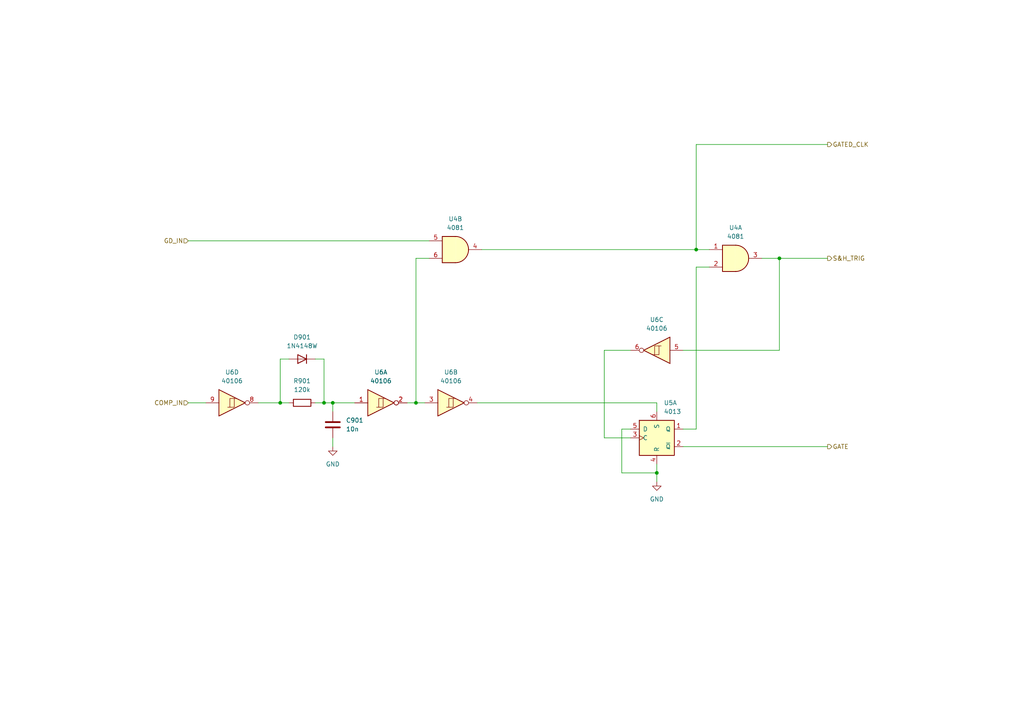
<source format=kicad_sch>
(kicad_sch (version 20211123) (generator eeschema)
  (paper "A4")
  (title_block (title "Josh Ox Ribbon Synth Ribbon board") (date "2022-06-17") (rev "0") (comment 1 "creativecommons.org/licences/by/4.0") (comment 2 "license: CC by 4.0") (comment 3 "Author: Jordan Aceto"))
  (lib_symbols
    (symbol "4xxx:40106" (pin_names (offset 1.016))
      (property "Reference" "U" (at 0 1.27 0))
      (property "Value" "40106" (at 0 -1.27 0))
      (symbol "40106_1_0"
        (polyline (pts (xy -0.635 -1.27) (xy -0.635 1.27) (xy 0.635 1.27)))
        (polyline (pts (xy -3.81 3.81) (xy -3.81 -3.81) (xy 3.81 0) (xy -3.81 3.81)) (stroke (width 0.254)) (fill (type background)))
        (polyline (pts (xy -1.27 -1.27) (xy 0.635 -1.27) (xy 0.635 1.27) (xy 1.27 1.27)))
        (pin input line (at -7.62 0 0) (length 3.81) (name "~") (number "1"))
        (pin output inverted (at 7.62 0 180) (length 3.81) (name "~") (number "2"))
      )
      (symbol "40106_2_0"
        (polyline (pts (xy -0.635 -1.27) (xy -0.635 1.27) (xy 0.635 1.27)))
        (polyline (pts (xy -3.81 3.81) (xy -3.81 -3.81) (xy 3.81 0) (xy -3.81 3.81)) (stroke (width 0.254)) (fill (type background)))
        (polyline (pts (xy -1.27 -1.27) (xy 0.635 -1.27) (xy 0.635 1.27) (xy 1.27 1.27)))
        (pin input line (at -7.62 0 0) (length 3.81) (name "~") (number "3"))
        (pin output inverted (at 7.62 0 180) (length 3.81) (name "~") (number "4"))
      )
      (symbol "40106_3_0"
        (polyline (pts (xy -0.635 -1.27) (xy -0.635 1.27) (xy 0.635 1.27)))
        (polyline (pts (xy -3.81 3.81) (xy -3.81 -3.81) (xy 3.81 0) (xy -3.81 3.81)) (stroke (width 0.254)) (fill (type background)))
        (polyline (pts (xy -1.27 -1.27) (xy 0.635 -1.27) (xy 0.635 1.27) (xy 1.27 1.27)))
        (pin input line (at -7.62 0 0) (length 3.81) (name "~") (number "5"))
        (pin output inverted (at 7.62 0 180) (length 3.81) (name "~") (number "6"))
      )
      (symbol "40106_4_0"
        (polyline (pts (xy -0.635 -1.27) (xy -0.635 1.27) (xy 0.635 1.27)))
        (polyline (pts (xy -3.81 3.81) (xy -3.81 -3.81) (xy 3.81 0) (xy -3.81 3.81)) (stroke (width 0.254)) (fill (type background)))
        (polyline (pts (xy -1.27 -1.27) (xy 0.635 -1.27) (xy 0.635 1.27) (xy 1.27 1.27)))
        (pin output inverted (at 7.62 0 180) (length 3.81) (name "~") (number "8"))
        (pin input line (at -7.62 0 0) (length 3.81) (name "~") (number "9"))
      )
      (symbol "40106_5_0"
        (polyline (pts (xy -0.635 -1.27) (xy -0.635 1.27) (xy 0.635 1.27)))
        (polyline (pts (xy -3.81 3.81) (xy -3.81 -3.81) (xy 3.81 0) (xy -3.81 3.81)) (stroke (width 0.254)) (fill (type background)))
        (polyline (pts (xy -1.27 -1.27) (xy 0.635 -1.27) (xy 0.635 1.27) (xy 1.27 1.27)))
        (pin output inverted (at 7.62 0 180) (length 3.81) (name "~") (number "10"))
        (pin input line (at -7.62 0 0) (length 3.81) (name "~") (number "11"))
      )
      (symbol "40106_6_0"
        (polyline (pts (xy -0.635 -1.27) (xy -0.635 1.27) (xy 0.635 1.27)))
        (polyline (pts (xy -3.81 3.81) (xy -3.81 -3.81) (xy 3.81 0) (xy -3.81 3.81)) (stroke (width 0.254)) (fill (type background)))
        (polyline (pts (xy -1.27 -1.27) (xy 0.635 -1.27) (xy 0.635 1.27) (xy 1.27 1.27)))
        (pin output inverted (at 7.62 0 180) (length 3.81) (name "~") (number "12"))
        (pin input line (at -7.62 0 0) (length 3.81) (name "~") (number "13"))
      )
      (symbol "40106_7_0"
        (pin power_in line (at 0 12.7 270) (length 5.08) (name "VDD") (number "14"))
        (pin power_in line (at 0 -12.7 90) (length 5.08) (name "VSS") (number "7"))
      )
      (symbol "40106_7_1"
        (rectangle (start -5.08 7.62) (end 5.08 -7.62) (stroke (width 0.254)) (fill (type background)))
      )
    )
    (symbol "4xxx:4013" (pin_names (offset 1.016))
      (property "Reference" "U" (at -7.62 8.89 0))
      (property "Value" "4013" (at -7.62 -8.89 0))
      (symbol "4013_1_1"
        (rectangle (start -5.08 5.08) (end 5.08 -5.08) (stroke (width 0.254)) (fill (type background)))
        (pin output line (at 7.62 2.54 180) (length 2.54) (name "Q") (number "1"))
        (pin output line (at 7.62 -2.54 180) (length 2.54) (name "~{Q}") (number "2"))
        (pin input clock (at -7.62 0 0) (length 2.54) (name "C") (number "3"))
        (pin input line (at 0 -7.62 90) (length 2.54) (name "R") (number "4"))
        (pin input line (at -7.62 2.54 0) (length 2.54) (name "D") (number "5"))
        (pin input line (at 0 7.62 270) (length 2.54) (name "S") (number "6"))
      )
      (symbol "4013_2_1"
        (rectangle (start -5.08 5.08) (end 5.08 -5.08) (stroke (width 0.254)) (fill (type background)))
        (pin input line (at 0 -7.62 90) (length 2.54) (name "R") (number "10"))
        (pin input clock (at -7.62 0 0) (length 2.54) (name "C") (number "11"))
        (pin output line (at 7.62 -2.54 180) (length 2.54) (name "~{Q}") (number "12"))
        (pin output line (at 7.62 2.54 180) (length 2.54) (name "Q") (number "13"))
        (pin input line (at 0 7.62 270) (length 2.54) (name "S") (number "8"))
        (pin input line (at -7.62 2.54 0) (length 2.54) (name "D") (number "9"))
      )
      (symbol "4013_3_0"
        (pin power_in line (at 0 10.16 270) (length 2.54) (name "VDD") (number "14"))
        (pin power_in line (at 0 -10.16 90) (length 2.54) (name "VSS") (number "7"))
      )
      (symbol "4013_3_1"
        (rectangle (start -5.08 7.62) (end 5.08 -7.62) (stroke (width 0.254)) (fill (type background)))
      )
    )
    (symbol "4xxx:4081" (pin_names (offset 1.016))
      (property "Reference" "U" (at 0 1.27 0))
      (property "Value" "4081" (at 0 -1.27 0))
      (symbol "4081_1_1"
        (arc (start 0 -3.81) (mid 3.81 0) (end 0 3.81) (stroke (width 0.254)) (fill (type background)))
        (polyline (pts (xy 0 3.81) (xy -3.81 3.81) (xy -3.81 -3.81) (xy 0 -3.81)) (stroke (width 0.254)) (fill (type background)))
        (pin input line (at -7.62 2.54 0) (length 3.81) (name "~") (number "1"))
        (pin input line (at -7.62 -2.54 0) (length 3.81) (name "~") (number "2"))
        (pin output line (at 7.62 0 180) (length 3.81) (name "~") (number "3"))
      )
      (symbol "4081_1_2"
        (arc (start -3.81 -3.81) (mid -2.589 0) (end -3.81 3.81) (stroke (width 0.254)))
        (arc (start -0.6096 -3.81) (mid 2.1842 -2.5851) (end 3.81 0) (stroke (width 0.254)) (fill (type background)))
        (polyline (pts (xy -3.81 -3.81) (xy -0.635 -3.81)) (stroke (width 0.254)) (fill (type background)))
        (polyline (pts (xy -3.81 3.81) (xy -0.635 3.81)) (stroke (width 0.254)) (fill (type background)))
        (polyline (pts (xy -0.635 3.81) (xy -3.81 3.81) (xy -3.81 3.81) (xy -3.556 3.4036) (xy -3.0226 2.2606) (xy -2.6924 1.0414) (xy -2.6162 -0.254) (xy -2.7686 -1.4986) (xy -3.175 -2.7178) (xy -3.81 -3.81) (xy -3.81 -3.81) (xy -0.635 -3.81)) (stroke (width -25.4)) (fill (type background)))
        (arc (start 3.81 0) (mid 2.1915 2.5936) (end -0.6096 3.81) (stroke (width 0.254)) (fill (type background)))
        (pin input inverted (at -7.62 2.54 0) (length 4.318) (name "~") (number "1"))
        (pin input inverted (at -7.62 -2.54 0) (length 4.318) (name "~") (number "2"))
        (pin output inverted (at 7.62 0 180) (length 3.81) (name "~") (number "3"))
      )
      (symbol "4081_2_1"
        (arc (start 0 -3.81) (mid 3.81 0) (end 0 3.81) (stroke (width 0.254)) (fill (type background)))
        (polyline (pts (xy 0 3.81) (xy -3.81 3.81) (xy -3.81 -3.81) (xy 0 -3.81)) (stroke (width 0.254)) (fill (type background)))
        (pin output line (at 7.62 0 180) (length 3.81) (name "~") (number "4"))
        (pin input line (at -7.62 2.54 0) (length 3.81) (name "~") (number "5"))
        (pin input line (at -7.62 -2.54 0) (length 3.81) (name "~") (number "6"))
      )
      (symbol "4081_2_2"
        (arc (start -3.81 -3.81) (mid -2.589 0) (end -3.81 3.81) (stroke (width 0.254)))
        (arc (start -0.6096 -3.81) (mid 2.1842 -2.5851) (end 3.81 0) (stroke (width 0.254)) (fill (type background)))
        (polyline (pts (xy -3.81 -3.81) (xy -0.635 -3.81)) (stroke (width 0.254)) (fill (type background)))
        (polyline (pts (xy -3.81 3.81) (xy -0.635 3.81)) (stroke (width 0.254)) (fill (type background)))
        (polyline (pts (xy -0.635 3.81) (xy -3.81 3.81) (xy -3.81 3.81) (xy -3.556 3.4036) (xy -3.0226 2.2606) (xy -2.6924 1.0414) (xy -2.6162 -0.254) (xy -2.7686 -1.4986) (xy -3.175 -2.7178) (xy -3.81 -3.81) (xy -3.81 -3.81) (xy -0.635 -3.81)) (stroke (width -25.4)) (fill (type background)))
        (arc (start 3.81 0) (mid 2.1915 2.5936) (end -0.6096 3.81) (stroke (width 0.254)) (fill (type background)))
        (pin output inverted (at 7.62 0 180) (length 3.81) (name "~") (number "4"))
        (pin input inverted (at -7.62 2.54 0) (length 4.318) (name "~") (number "5"))
        (pin input inverted (at -7.62 -2.54 0) (length 4.318) (name "~") (number "6"))
      )
      (symbol "4081_3_1"
        (arc (start 0 -3.81) (mid 3.81 0) (end 0 3.81) (stroke (width 0.254)) (fill (type background)))
        (polyline (pts (xy 0 3.81) (xy -3.81 3.81) (xy -3.81 -3.81) (xy 0 -3.81)) (stroke (width 0.254)) (fill (type background)))
        (pin output line (at 7.62 0 180) (length 3.81) (name "~") (number "10"))
        (pin input line (at -7.62 2.54 0) (length 3.81) (name "~") (number "8"))
        (pin input line (at -7.62 -2.54 0) (length 3.81) (name "~") (number "9"))
      )
      (symbol "4081_3_2"
        (arc (start -3.81 -3.81) (mid -2.589 0) (end -3.81 3.81) (stroke (width 0.254)))
        (arc (start -0.6096 -3.81) (mid 2.1842 -2.5851) (end 3.81 0) (stroke (width 0.254)) (fill (type background)))
        (polyline (pts (xy -3.81 -3.81) (xy -0.635 -3.81)) (stroke (width 0.254)) (fill (type background)))
        (polyline (pts (xy -3.81 3.81) (xy -0.635 3.81)) (stroke (width 0.254)) (fill (type background)))
        (polyline (pts (xy -0.635 3.81) (xy -3.81 3.81) (xy -3.81 3.81) (xy -3.556 3.4036) (xy -3.0226 2.2606) (xy -2.6924 1.0414) (xy -2.6162 -0.254) (xy -2.7686 -1.4986) (xy -3.175 -2.7178) (xy -3.81 -3.81) (xy -3.81 -3.81) (xy -0.635 -3.81)) (stroke (width -25.4)) (fill (type background)))
        (arc (start 3.81 0) (mid 2.1915 2.5936) (end -0.6096 3.81) (stroke (width 0.254)) (fill (type background)))
        (pin output inverted (at 7.62 0 180) (length 3.81) (name "~") (number "10"))
        (pin input inverted (at -7.62 2.54 0) (length 4.318) (name "~") (number "8"))
        (pin input inverted (at -7.62 -2.54 0) (length 4.318) (name "~") (number "9"))
      )
      (symbol "4081_4_1"
        (arc (start 0 -3.81) (mid 3.81 0) (end 0 3.81) (stroke (width 0.254)) (fill (type background)))
        (polyline (pts (xy 0 3.81) (xy -3.81 3.81) (xy -3.81 -3.81) (xy 0 -3.81)) (stroke (width 0.254)) (fill (type background)))
        (pin output line (at 7.62 0 180) (length 3.81) (name "~") (number "11"))
        (pin input line (at -7.62 2.54 0) (length 3.81) (name "~") (number "12"))
        (pin input line (at -7.62 -2.54 0) (length 3.81) (name "~") (number "13"))
      )
      (symbol "4081_4_2"
        (arc (start -3.81 -3.81) (mid -2.589 0) (end -3.81 3.81) (stroke (width 0.254)))
        (arc (start -0.6096 -3.81) (mid 2.1842 -2.5851) (end 3.81 0) (stroke (width 0.254)) (fill (type background)))
        (polyline (pts (xy -3.81 -3.81) (xy -0.635 -3.81)) (stroke (width 0.254)) (fill (type background)))
        (polyline (pts (xy -3.81 3.81) (xy -0.635 3.81)) (stroke (width 0.254)) (fill (type background)))
        (polyline (pts (xy -0.635 3.81) (xy -3.81 3.81) (xy -3.81 3.81) (xy -3.556 3.4036) (xy -3.0226 2.2606) (xy -2.6924 1.0414) (xy -2.6162 -0.254) (xy -2.7686 -1.4986) (xy -3.175 -2.7178) (xy -3.81 -3.81) (xy -3.81 -3.81) (xy -0.635 -3.81)) (stroke (width -25.4)) (fill (type background)))
        (arc (start 3.81 0) (mid 2.1915 2.5936) (end -0.6096 3.81) (stroke (width 0.254)) (fill (type background)))
        (pin output inverted (at 7.62 0 180) (length 3.81) (name "~") (number "11"))
        (pin input inverted (at -7.62 2.54 0) (length 4.318) (name "~") (number "12"))
        (pin input inverted (at -7.62 -2.54 0) (length 4.318) (name "~") (number "13"))
      )
      (symbol "4081_5_0"
        (pin power_in line (at 0 12.7 270) (length 5.08) (name "VDD") (number "14"))
        (pin power_in line (at 0 -12.7 90) (length 5.08) (name "VSS") (number "7"))
      )
      (symbol "4081_5_1"
        (rectangle (start -5.08 7.62) (end 5.08 -7.62) (stroke (width 0.254)) (fill (type background)))
      )
    )
    (symbol "Device:C" (pin_numbers hide) (pin_names (offset 0.254))
      (property "Reference" "C" (at 0.635 2.54 0))
      (property "Value" "C" (at 0.635 -2.54 0))
      (symbol "C_0_1"
        (polyline (pts (xy -2.032 -0.762) (xy 2.032 -0.762)) (stroke (width 0.508)))
        (polyline (pts (xy -2.032 0.762) (xy 2.032 0.762)) (stroke (width 0.508)))
      )
      (symbol "C_1_1"
        (pin passive line (at 0 3.81 270) (length 2.794) (name "~") (number "1"))
        (pin passive line (at 0 -3.81 90) (length 2.794) (name "~") (number "2"))
      )
    )
    (symbol "Device:R" (pin_numbers hide) (pin_names (offset 0))
      (property "Reference" "R" (at 2.032 0 90))
      (property "Value" "R" (at 0 0 90))
      (symbol "R_0_1"
        (rectangle (start -1.016 -2.54) (end 1.016 2.54) (stroke (width 0.254)))
      )
      (symbol "R_1_1"
        (pin passive line (at 0 3.81 270) (length 1.27) (name "~") (number "1"))
        (pin passive line (at 0 -3.81 90) (length 1.27) (name "~") (number "2"))
      )
    )
    (symbol "Diode:1N4148W" (pin_numbers hide) (pin_names (offset 1.016) hide)
      (property "Reference" "D" (at 0 2.54 0))
      (property "Value" "1N4148W" (at 0 -2.54 0))
      (symbol "1N4148W_0_1"
        (polyline (pts (xy -1.27 1.27) (xy -1.27 -1.27)) (stroke (width 0.254)))
        (polyline (pts (xy 1.27 0) (xy -1.27 0)))
        (polyline (pts (xy 1.27 1.27) (xy 1.27 -1.27) (xy -1.27 0) (xy 1.27 1.27)) (stroke (width 0.254)))
      )
      (symbol "1N4148W_1_1"
        (pin passive line (at -3.81 0 0) (length 2.54) (name "K") (number "1"))
        (pin passive line (at 3.81 0 180) (length 2.54) (name "A") (number "2"))
      )
    )
    (symbol "power:GND" (power) (pin_names (offset 0))
      (property "Value" "GND" (at 0 -3.81 0))
      (symbol "GND_0_1"
        (polyline (pts (xy 0 0) (xy 0 -1.27) (xy 1.27 -1.27) (xy 0 -2.54) (xy -1.27 -1.27) (xy 0 -1.27)))
      )
      (symbol "GND_1_1"
        (pin power_in line (at 0 0 270) (length 0) hide (name "GND") (number "1"))
      )
    )
  )
  (junction (at 190.5 137.16))
  (junction (at 226.06 74.93))
  (junction (at 93.98 116.84))
  (junction (at 201.93 72.39))
  (junction (at 81.28 116.84))
  (junction (at 120.65 116.84))
  (junction (at 96.52 116.84))
  (wire (pts (xy 74.93 116.84) (xy 81.28 116.84)))
  (wire (pts (xy 91.44 104.14) (xy 93.98 104.14)))
  (wire (pts (xy 54.61 69.85) (xy 124.46 69.85)))
  (wire (pts (xy 190.5 137.16) (xy 190.5 139.7)))
  (wire (pts (xy 138.43 116.84) (xy 190.5 116.84)))
  (wire (pts (xy 139.7 72.39) (xy 201.93 72.39)))
  (wire (pts (xy 93.98 116.84) (xy 96.52 116.84)))
  (wire (pts (xy 190.5 134.62) (xy 190.5 137.16)))
  (wire (pts (xy 198.12 101.6) (xy 226.06 101.6)))
  (wire (pts (xy 190.5 137.16) (xy 180.34 137.16)))
  (wire (pts (xy 240.03 41.91) (xy 201.93 41.91)))
  (wire (pts (xy 93.98 104.14) (xy 93.98 116.84)))
  (wire (pts (xy 120.65 116.84) (xy 123.19 116.84)))
  (wire (pts (xy 91.44 116.84) (xy 93.98 116.84)))
  (wire (pts (xy 198.12 124.46) (xy 201.93 124.46)))
  (wire (pts (xy 226.06 74.93) (xy 240.03 74.93)))
  (wire (pts (xy 180.34 124.46) (xy 182.88 124.46)))
  (wire (pts (xy 81.28 116.84) (xy 83.82 116.84)))
  (wire (pts (xy 201.93 77.47) (xy 205.74 77.47)))
  (wire (pts (xy 180.34 137.16) (xy 180.34 124.46)))
  (wire (pts (xy 118.11 116.84) (xy 120.65 116.84)))
  (wire (pts (xy 96.52 116.84) (xy 102.87 116.84)))
  (wire (pts (xy 226.06 101.6) (xy 226.06 74.93)))
  (wire (pts (xy 226.06 74.93) (xy 220.98 74.93)))
  (wire (pts (xy 198.12 129.54) (xy 240.03 129.54)))
  (wire (pts (xy 201.93 124.46) (xy 201.93 77.47)))
  (wire (pts (xy 120.65 74.93) (xy 124.46 74.93)))
  (wire (pts (xy 201.93 72.39) (xy 205.74 72.39)))
  (wire (pts (xy 81.28 104.14) (xy 81.28 116.84)))
  (wire (pts (xy 175.26 127) (xy 175.26 101.6)))
  (wire (pts (xy 190.5 119.38) (xy 190.5 116.84)))
  (wire (pts (xy 96.52 127) (xy 96.52 129.54)))
  (wire (pts (xy 83.82 104.14) (xy 81.28 104.14)))
  (wire (pts (xy 120.65 116.84) (xy 120.65 74.93)))
  (wire (pts (xy 182.88 127) (xy 175.26 127)))
  (wire (pts (xy 201.93 41.91) (xy 201.93 72.39)))
  (wire (pts (xy 175.26 101.6) (xy 182.88 101.6)))
  (wire (pts (xy 96.52 119.38) (xy 96.52 116.84)))
  (wire (pts (xy 54.61 116.84) (xy 59.69 116.84)))
  (hierarchical_label "S&H_TRIG" (shape output) (at 240.03 74.93 0))
  (hierarchical_label "GATED_CLK" (shape output) (at 240.03 41.91 0))
  (hierarchical_label "GATE" (shape output) (at 240.03 129.54 0))
  (hierarchical_label "COMP_IN" (shape input) (at 54.61 116.84 180))
  (hierarchical_label "GD_IN" (shape input) (at 54.61 69.85 180))
  (symbol (lib_id "power:GND") (at 190.5 139.7 0) (unit 1)
    (property "Reference" "#PWR0902" (effects hide))
    (property "Value" "GND" (at 190.5 144.78 0))
  )
  (symbol (lib_id "4xxx:40106") (at 190.5 101.6 180) (unit 3)
    (property "Reference" "U6" (at 190.5 92.71 0))
    (property "Value" "40106" (at 190.5 95.25 0))
    (property "Footprint" "Package_SO:SOIC-14_3.9x8.7mm_P1.27mm" (effects hide))
    (property "Datasheet" "https://assets.nexperia.com/documents/data-sheet/HEF40106B.pdf" (effects hide))
  )
  (symbol (lib_id "Device:C") (at 96.52 123.19 0) (unit 1)
    (property "Reference" "C901" (at 100.33 121.9199 0) (effects (justify left)))
    (property "Value" "10n" (at 100.33 124.4599 0) (effects (justify left)))
    (property "Footprint" "Capacitor_SMD:C_0805_2012Metric" (effects hide))
  )
  (symbol (lib_id "4xxx:40106") (at 67.31 116.84 0) (unit 4)
    (property "Reference" "U6" (at 67.31 107.95 0))
    (property "Value" "40106" (at 67.31 110.49 0))
    (property "Footprint" "Package_SO:SOIC-14_3.9x8.7mm_P1.27mm" (effects hide))
    (property "Datasheet" "https://assets.nexperia.com/documents/data-sheet/HEF40106B.pdf" (effects hide))
  )
  (symbol (lib_id "Device:R") (at 87.63 116.84 90) (unit 1)
    (property "Reference" "R901" (at 87.63 110.49 90))
    (property "Value" "120k" (at 87.63 113.03 90))
    (property "Footprint" "Resistor_SMD:R_0805_2012Metric" (effects hide))
  )
  (symbol (lib_id "4xxx:4013") (at 190.5 127 0) (unit 1)
    (property "Reference" "U5" (at 192.5194 116.84 0) (effects (justify left)))
    (property "Value" "4013" (at 192.5194 119.38 0) (effects (justify left)))
    (property "Footprint" "Package_SO:SOIC-14_3.9x8.7mm_P1.27mm" (effects hide))
    (property "Datasheet" "http://www.onsemi.com/pub/Collateral/MC14013B-D.PDF" (effects hide))
  )
  (symbol (lib_id "4xxx:4081") (at 213.36 74.93 0) (unit 1)
    (property "Reference" "U4" (at 213.36 66.04 0))
    (property "Value" "4081" (at 213.36 68.58 0))
    (property "Footprint" "Package_SO:SOIC-14_3.9x8.7mm_P1.27mm" (effects hide))
    (property "Datasheet" "http://www.intersil.com/content/dam/Intersil/documents/cd40/cd4073bms-81bms-82bms.pdf" (effects hide))
  )
  (symbol (lib_id "power:GND") (at 96.52 129.54 0) (unit 1)
    (property "Reference" "#PWR0901" (effects hide))
    (property "Value" "GND" (at 96.52 134.62 0))
  )
  (symbol (lib_id "4xxx:40106") (at 110.49 116.84 0) (unit 1)
    (property "Reference" "U6" (at 110.49 107.95 0))
    (property "Value" "40106" (at 110.49 110.49 0))
    (property "Footprint" "Package_SO:SOIC-14_3.9x8.7mm_P1.27mm" (effects hide))
    (property "Datasheet" "https://assets.nexperia.com/documents/data-sheet/HEF40106B.pdf" (effects hide))
  )
  (symbol (lib_id "Diode:1N4148W") (at 87.63 104.14 180) (unit 1)
    (property "Reference" "D901" (at 87.63 97.79 0))
    (property "Value" "1N4148W" (at 87.63 100.33 0))
    (property "Footprint" "Diode_SMD:D_SOD-123" (effects hide))
    (property "Datasheet" "https://www.vishay.com/docs/85748/1n4148w.pdf" (effects hide))
  )
  (symbol (lib_id "4xxx:40106") (at 130.81 116.84 0) (unit 2)
    (property "Reference" "U6" (at 130.81 107.95 0))
    (property "Value" "40106" (at 130.81 110.49 0))
    (property "Footprint" "Package_SO:SOIC-14_3.9x8.7mm_P1.27mm" (effects hide))
    (property "Datasheet" "https://assets.nexperia.com/documents/data-sheet/HEF40106B.pdf" (effects hide))
  )
  (symbol (lib_id "4xxx:4081") (at 132.08 72.39 0) (unit 2)
    (property "Reference" "U4" (at 132.08 63.5 0))
    (property "Value" "4081" (at 132.08 66.04 0))
    (property "Footprint" "Package_SO:SOIC-14_3.9x8.7mm_P1.27mm" (effects hide))
    (property "Datasheet" "http://www.intersil.com/content/dam/Intersil/documents/cd40/cd4073bms-81bms-82bms.pdf" (effects hide))
  )
)
</source>
